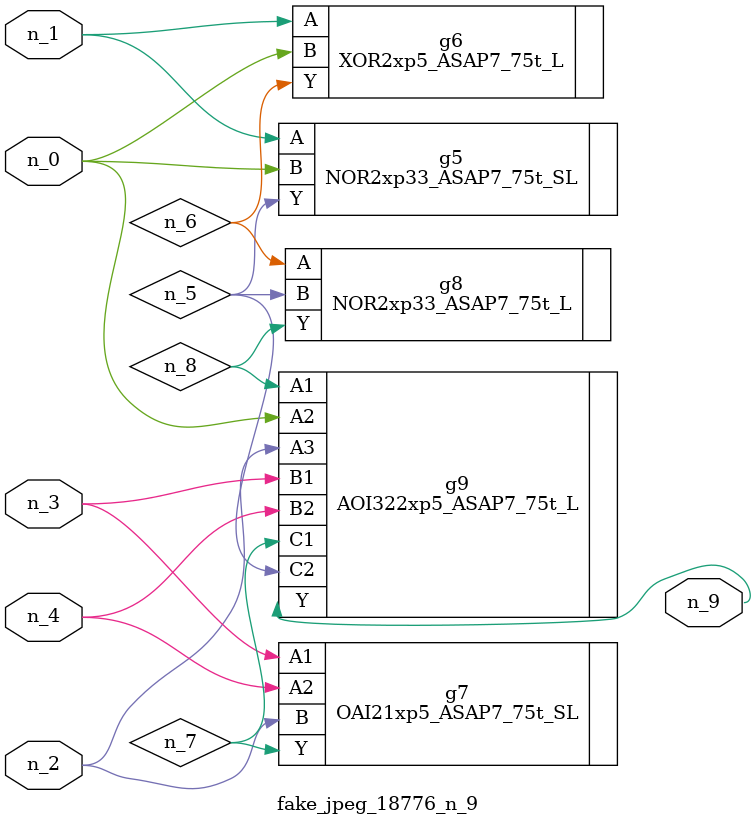
<source format=v>
module fake_jpeg_18776_n_9 (n_3, n_2, n_1, n_0, n_4, n_9);

input n_3;
input n_2;
input n_1;
input n_0;
input n_4;

output n_9;

wire n_8;
wire n_6;
wire n_5;
wire n_7;

NOR2xp33_ASAP7_75t_SL g5 ( 
.A(n_1),
.B(n_0),
.Y(n_5)
);

XOR2xp5_ASAP7_75t_L g6 ( 
.A(n_1),
.B(n_0),
.Y(n_6)
);

OAI21xp5_ASAP7_75t_SL g7 ( 
.A1(n_3),
.A2(n_4),
.B(n_2),
.Y(n_7)
);

NOR2xp33_ASAP7_75t_L g8 ( 
.A(n_6),
.B(n_5),
.Y(n_8)
);

AOI322xp5_ASAP7_75t_L g9 ( 
.A1(n_8),
.A2(n_0),
.A3(n_2),
.B1(n_3),
.B2(n_4),
.C1(n_7),
.C2(n_5),
.Y(n_9)
);


endmodule
</source>
